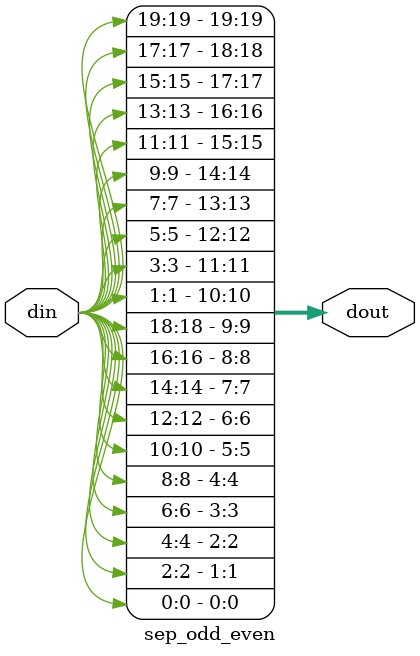
<source format=v>

`timescale 1 ps / 1 ps

module sep_odd_even #(
	parameter WIDTH = 20
)(
	input [WIDTH-1:0] din,
	output [WIDTH-1:0] dout
);

genvar i;
generate
	for (i=0; i<WIDTH; i=i+1) begin : lp
		if (i & 1) begin
			assign dout[(WIDTH/2)+(i>>1)] = din[i];
		end
		else begin
			assign dout[i>>1] = din[i];
		end
	end
endgenerate

endmodule
// BENCHMARK INFO :  5SGXEA7N2F45C2ES
// BENCHMARK INFO :  Total registers : 0
// BENCHMARK INFO :  Total pins : 40
// BENCHMARK INFO :  Total virtual pins : 0
// BENCHMARK INFO :  Total block memory bits : 0

</source>
